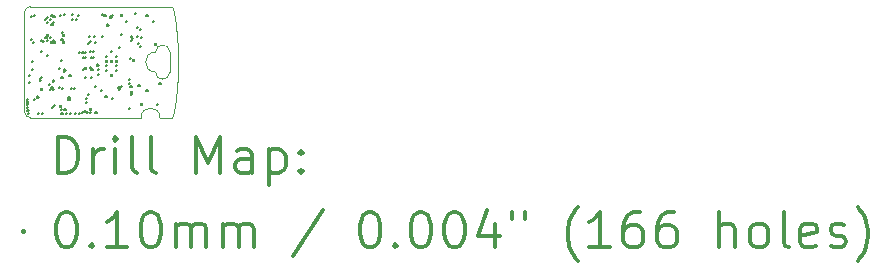
<source format=gbr>
%FSLAX45Y45*%
G04 Gerber Fmt 4.5, Leading zero omitted, Abs format (unit mm)*
G04 Created by KiCad (PCBNEW (5.0.1)-4) date 11/30/18 11:03:09*
%MOMM*%
%LPD*%
G01*
G04 APERTURE LIST*
%ADD10C,0.010000*%
%ADD11C,0.050000*%
%ADD12C,0.200000*%
%ADD13C,0.300000*%
G04 APERTURE END LIST*
D10*
X2932500Y-2265000D02*
G75*
G02X2812500Y-2265000I-60000J0D01*
G01*
X2932500Y-2095000D02*
G75*
G03X2812500Y-2095000I-60000J0D01*
G01*
X2812500Y-2095000D02*
G75*
G03X2812500Y-2265000I0J-85000D01*
G01*
D11*
X2850000Y-2650000D02*
G75*
G03X2690000Y-2650000I-80000J0D01*
G01*
X2850000Y-2650000D02*
X2952500Y-2650000D01*
D10*
X2932500Y-2095000D02*
X2932500Y-2265000D01*
D11*
X1752500Y-1710000D02*
G75*
G03X1702500Y-1760000I0J-50000D01*
G01*
X1702500Y-2600000D02*
G75*
G03X1752500Y-2650000I50000J0D01*
G01*
X1702500Y-1760000D02*
X1702500Y-2600000D01*
X2952500Y-1710000D02*
X1752500Y-1710000D01*
X1752500Y-2650000D02*
X2690000Y-2650000D01*
X3002500Y-2180000D02*
X3002500Y-2167000D01*
X3002500Y-2167000D02*
X3002500Y-2153000D01*
X3002500Y-2153000D02*
X3002500Y-2140000D01*
X3002500Y-2140000D02*
X3002500Y-2126000D01*
X3002500Y-2126000D02*
X3001500Y-2113000D01*
X3001500Y-2113000D02*
X3001500Y-2099000D01*
X3001500Y-2099000D02*
X3001500Y-2086000D01*
X3001500Y-2086000D02*
X3000500Y-2073000D01*
X3000500Y-2073000D02*
X3000500Y-2059000D01*
X3000500Y-2059000D02*
X2999500Y-2046000D01*
X2999500Y-2046000D02*
X2998500Y-2033000D01*
X2998500Y-2033000D02*
X2998500Y-2020000D01*
X2998500Y-2020000D02*
X2997500Y-2007000D01*
X2997500Y-2007000D02*
X2996500Y-1995000D01*
X2996500Y-1995000D02*
X2995500Y-1982000D01*
X2995500Y-1982000D02*
X2994500Y-1970000D01*
X2994500Y-1970000D02*
X2993500Y-1957000D01*
X2993500Y-1957000D02*
X2992500Y-1945000D01*
X2992500Y-1945000D02*
X2991500Y-1933000D01*
X2991500Y-1933000D02*
X2990500Y-1921000D01*
X2990500Y-1921000D02*
X2989500Y-1909000D01*
X2989500Y-1909000D02*
X2988500Y-1897000D01*
X2988500Y-1897000D02*
X2986500Y-1886000D01*
X2986500Y-1886000D02*
X2985500Y-1874000D01*
X2985500Y-1874000D02*
X2984500Y-1863000D01*
X2984500Y-1863000D02*
X2982500Y-1852000D01*
X2982500Y-1852000D02*
X2981500Y-1842000D01*
X2981500Y-1842000D02*
X2979500Y-1831000D01*
X2979500Y-1831000D02*
X2978500Y-1821000D01*
X2978500Y-1821000D02*
X2976500Y-1811000D01*
X2976500Y-1811000D02*
X2974500Y-1801000D01*
X2974500Y-1801000D02*
X2973500Y-1791000D01*
X2973500Y-1791000D02*
X2971500Y-1782000D01*
X2971500Y-1782000D02*
X2969500Y-1772000D01*
X2969500Y-1772000D02*
X2967500Y-1764000D01*
X2967500Y-1764000D02*
X2965500Y-1755000D01*
X2965500Y-1755000D02*
X2964500Y-1746000D01*
X2964500Y-1746000D02*
X2962500Y-1738000D01*
X2962500Y-1738000D02*
X2960500Y-1730000D01*
X2960500Y-1730000D02*
X2958500Y-1723000D01*
X2958500Y-1723000D02*
X2955500Y-1715000D01*
X2955500Y-1715000D02*
X2952500Y-1710000D01*
X2952500Y-2650000D02*
X2955500Y-2645000D01*
X2955500Y-2645000D02*
X2958500Y-2637000D01*
X2958500Y-2637000D02*
X2960500Y-2630000D01*
X2960500Y-2630000D02*
X2962500Y-2622000D01*
X2962500Y-2622000D02*
X2964500Y-2614000D01*
X2964500Y-2614000D02*
X2965500Y-2605000D01*
X2965500Y-2605000D02*
X2967500Y-2596000D01*
X2967500Y-2596000D02*
X2969500Y-2588000D01*
X2969500Y-2588000D02*
X2971500Y-2578000D01*
X2971500Y-2578000D02*
X2973500Y-2569000D01*
X2973500Y-2569000D02*
X2974500Y-2559000D01*
X2974500Y-2559000D02*
X2976500Y-2549000D01*
X2976500Y-2549000D02*
X2978500Y-2539000D01*
X2978500Y-2539000D02*
X2979500Y-2529000D01*
X2979500Y-2529000D02*
X2981500Y-2518000D01*
X2981500Y-2518000D02*
X2982500Y-2508000D01*
X2982500Y-2508000D02*
X2984500Y-2497000D01*
X2984500Y-2497000D02*
X2985500Y-2486000D01*
X2985500Y-2486000D02*
X2986500Y-2474000D01*
X2986500Y-2474000D02*
X2988500Y-2463000D01*
X2988500Y-2463000D02*
X2989500Y-2451000D01*
X2989500Y-2451000D02*
X2990500Y-2439000D01*
X2990500Y-2439000D02*
X2991500Y-2427000D01*
X2991500Y-2427000D02*
X2992500Y-2415000D01*
X2992500Y-2415000D02*
X2993500Y-2403000D01*
X2993500Y-2403000D02*
X2994500Y-2390000D01*
X2994500Y-2390000D02*
X2995500Y-2378000D01*
X2995500Y-2378000D02*
X2996500Y-2365000D01*
X2996500Y-2365000D02*
X2997500Y-2353000D01*
X2997500Y-2353000D02*
X2998500Y-2340000D01*
X2998500Y-2340000D02*
X2998500Y-2327000D01*
X2998500Y-2327000D02*
X2999500Y-2314000D01*
X2999500Y-2314000D02*
X3000500Y-2301000D01*
X3000500Y-2301000D02*
X3000500Y-2287000D01*
X3000500Y-2287000D02*
X3001500Y-2274000D01*
X3001500Y-2274000D02*
X3001500Y-2261000D01*
X3001500Y-2261000D02*
X3001500Y-2247000D01*
X3001500Y-2247000D02*
X3002500Y-2234000D01*
X3002500Y-2234000D02*
X3002500Y-2220000D01*
X3002500Y-2220000D02*
X3002500Y-2207000D01*
X3002500Y-2207000D02*
X3002500Y-2193000D01*
X3002500Y-2193000D02*
X3002500Y-2180000D01*
D12*
X1720000Y-2582500D02*
X1730000Y-2592500D01*
X1730000Y-2582500D02*
X1720000Y-2592500D01*
X1725000Y-2492500D02*
X1735000Y-2502500D01*
X1735000Y-2492500D02*
X1725000Y-2502500D01*
X1725000Y-2512500D02*
X1735000Y-2522500D01*
X1735000Y-2512500D02*
X1725000Y-2522500D01*
X1725000Y-2537500D02*
X1735000Y-2547500D01*
X1735000Y-2537500D02*
X1725000Y-2547500D01*
X1725000Y-2557500D02*
X1735000Y-2567500D01*
X1735000Y-2557500D02*
X1725000Y-2567500D01*
X1730000Y-2612500D02*
X1740000Y-2622500D01*
X1740000Y-2612500D02*
X1730000Y-2622500D01*
X1735000Y-2582500D02*
X1745000Y-2592500D01*
X1745000Y-2582500D02*
X1735000Y-2592500D01*
X1740000Y-2290000D02*
X1750000Y-2300000D01*
X1750000Y-2290000D02*
X1740000Y-2300000D01*
X1742500Y-2345000D02*
X1752500Y-2355000D01*
X1752500Y-2345000D02*
X1742500Y-2355000D01*
X1759000Y-1789500D02*
X1769000Y-1799500D01*
X1769000Y-1789500D02*
X1759000Y-1799500D01*
X1760000Y-1982500D02*
X1770000Y-1992500D01*
X1770000Y-1982500D02*
X1760000Y-1992500D01*
X1765000Y-2172500D02*
X1775000Y-2182500D01*
X1775000Y-2172500D02*
X1765000Y-2182500D01*
X1765000Y-2235000D02*
X1775000Y-2245000D01*
X1775000Y-2235000D02*
X1765000Y-2245000D01*
X1775000Y-2010000D02*
X1785000Y-2020000D01*
X1785000Y-2010000D02*
X1775000Y-2020000D01*
X1784000Y-1781500D02*
X1794000Y-1791500D01*
X1794000Y-1781500D02*
X1784000Y-1791500D01*
X1785000Y-2490000D02*
X1795000Y-2500000D01*
X1795000Y-2490000D02*
X1785000Y-2500000D01*
X1812500Y-2470000D02*
X1822500Y-2480000D01*
X1822500Y-2470000D02*
X1812500Y-2480000D01*
X1815000Y-2607500D02*
X1825000Y-2617500D01*
X1825000Y-2607500D02*
X1815000Y-2617500D01*
X1830000Y-2315000D02*
X1840000Y-2325000D01*
X1840000Y-2315000D02*
X1830000Y-2325000D01*
X1831000Y-2332500D02*
X1841000Y-2342500D01*
X1841000Y-2332500D02*
X1831000Y-2342500D01*
X1840000Y-1995000D02*
X1850000Y-2005000D01*
X1850000Y-1995000D02*
X1840000Y-2005000D01*
X1840000Y-2085500D02*
X1850000Y-2095500D01*
X1850000Y-2085500D02*
X1840000Y-2095500D01*
X1841000Y-2403500D02*
X1851000Y-2413500D01*
X1851000Y-2403500D02*
X1841000Y-2413500D01*
X1845000Y-2305000D02*
X1855000Y-2315000D01*
X1855000Y-2305000D02*
X1845000Y-2315000D01*
X1850000Y-2610000D02*
X1860000Y-2620000D01*
X1860000Y-2610000D02*
X1850000Y-2620000D01*
X1860000Y-2000000D02*
X1870000Y-2010000D01*
X1870000Y-2000000D02*
X1860000Y-2010000D01*
X1875000Y-1815000D02*
X1885000Y-1825000D01*
X1885000Y-1815000D02*
X1875000Y-1825000D01*
X1880000Y-1967500D02*
X1890000Y-1977500D01*
X1890000Y-1967500D02*
X1880000Y-1977500D01*
X1895000Y-1800000D02*
X1905000Y-1810000D01*
X1905000Y-1800000D02*
X1895000Y-1810000D01*
X1895000Y-1840000D02*
X1905000Y-1850000D01*
X1905000Y-1840000D02*
X1895000Y-1850000D01*
X1895000Y-1945000D02*
X1905000Y-1955000D01*
X1905000Y-1945000D02*
X1895000Y-1955000D01*
X1895000Y-1990000D02*
X1905000Y-2000000D01*
X1905000Y-1990000D02*
X1895000Y-2000000D01*
X1895000Y-2122500D02*
X1905000Y-2132500D01*
X1905000Y-2122500D02*
X1895000Y-2132500D01*
X1910000Y-2365000D02*
X1920000Y-2375000D01*
X1920000Y-2365000D02*
X1910000Y-2375000D01*
X1915000Y-1815000D02*
X1925000Y-1825000D01*
X1925000Y-1815000D02*
X1915000Y-1825000D01*
X1915000Y-1965000D02*
X1925000Y-1975000D01*
X1925000Y-1965000D02*
X1915000Y-1975000D01*
X1920000Y-2405000D02*
X1930000Y-2415000D01*
X1930000Y-2405000D02*
X1920000Y-2415000D01*
X1925000Y-2005000D02*
X1935000Y-2015000D01*
X1935000Y-2005000D02*
X1925000Y-2015000D01*
X1930000Y-1855000D02*
X1940000Y-1865000D01*
X1940000Y-1855000D02*
X1930000Y-1865000D01*
X1930000Y-2390000D02*
X1940000Y-2400000D01*
X1940000Y-2390000D02*
X1930000Y-2400000D01*
X1931000Y-1778500D02*
X1941000Y-1788500D01*
X1941000Y-1778500D02*
X1931000Y-1788500D01*
X1935000Y-2557500D02*
X1945000Y-2567500D01*
X1945000Y-2557500D02*
X1935000Y-2567500D01*
X1940000Y-1995000D02*
X1950000Y-2005000D01*
X1950000Y-1995000D02*
X1940000Y-2005000D01*
X1940000Y-2327500D02*
X1950000Y-2337500D01*
X1950000Y-2327500D02*
X1940000Y-2337500D01*
X1940000Y-2342500D02*
X1950000Y-2352500D01*
X1950000Y-2342500D02*
X1940000Y-2352500D01*
X1945000Y-1840000D02*
X1955000Y-1850000D01*
X1955000Y-1840000D02*
X1945000Y-1850000D01*
X1945000Y-2405000D02*
X1955000Y-2415000D01*
X1955000Y-2405000D02*
X1945000Y-2415000D01*
X1948000Y-1786500D02*
X1958000Y-1796500D01*
X1958000Y-1786500D02*
X1948000Y-1796500D01*
X1950000Y-2542500D02*
X1960000Y-2552500D01*
X1960000Y-2542500D02*
X1950000Y-2552500D01*
X1955000Y-2005000D02*
X1965000Y-2015000D01*
X1965000Y-2005000D02*
X1955000Y-2015000D01*
X1992500Y-2230000D02*
X2002500Y-2240000D01*
X2002500Y-2230000D02*
X1992500Y-2240000D01*
X1997500Y-2392500D02*
X2007500Y-2402500D01*
X2007500Y-2392500D02*
X1997500Y-2402500D01*
X2000000Y-2547500D02*
X2010000Y-2557500D01*
X2010000Y-2547500D02*
X2000000Y-2557500D01*
X2002500Y-1777500D02*
X2012500Y-1787500D01*
X2012500Y-1777500D02*
X2002500Y-1787500D01*
X2010000Y-2577500D02*
X2020000Y-2587500D01*
X2020000Y-2577500D02*
X2010000Y-2587500D01*
X2012500Y-2160000D02*
X2022500Y-2170000D01*
X2022500Y-2160000D02*
X2012500Y-2170000D01*
X2015000Y-1985000D02*
X2025000Y-1995000D01*
X2025000Y-1985000D02*
X2015000Y-1995000D01*
X2015000Y-2307500D02*
X2025000Y-2317500D01*
X2025000Y-2307500D02*
X2015000Y-2317500D01*
X2015000Y-2610000D02*
X2025000Y-2620000D01*
X2025000Y-2610000D02*
X2015000Y-2620000D01*
X2020000Y-2397500D02*
X2030000Y-2407500D01*
X2030000Y-2397500D02*
X2020000Y-2407500D01*
X2022500Y-1922500D02*
X2032500Y-1932500D01*
X2032500Y-1922500D02*
X2022500Y-1932500D01*
X2027500Y-1945000D02*
X2037500Y-1955000D01*
X2037500Y-1945000D02*
X2027500Y-1955000D01*
X2030000Y-2005000D02*
X2040000Y-2015000D01*
X2040000Y-2005000D02*
X2030000Y-2015000D01*
X2035000Y-2255000D02*
X2045000Y-2265000D01*
X2045000Y-2255000D02*
X2035000Y-2265000D01*
X2037500Y-1772500D02*
X2047500Y-1782500D01*
X2047500Y-1772500D02*
X2037500Y-1782500D01*
X2040000Y-2242500D02*
X2050000Y-2252500D01*
X2050000Y-2242500D02*
X2040000Y-2252500D01*
X2040000Y-2575000D02*
X2050000Y-2585000D01*
X2050000Y-2575000D02*
X2040000Y-2585000D01*
X2050000Y-2610000D02*
X2060000Y-2620000D01*
X2060000Y-2610000D02*
X2050000Y-2620000D01*
X2075000Y-2472500D02*
X2085000Y-2482500D01*
X2085000Y-2472500D02*
X2075000Y-2482500D01*
X2075000Y-2492500D02*
X2085000Y-2502500D01*
X2085000Y-2492500D02*
X2075000Y-2502500D01*
X2082500Y-2290000D02*
X2092500Y-2300000D01*
X2092500Y-2290000D02*
X2082500Y-2300000D01*
X2087500Y-2610000D02*
X2097500Y-2620000D01*
X2097500Y-2610000D02*
X2087500Y-2620000D01*
X2098000Y-2400000D02*
X2108000Y-2410000D01*
X2108000Y-2400000D02*
X2098000Y-2410000D01*
X2105000Y-1775000D02*
X2115000Y-1785000D01*
X2115000Y-1775000D02*
X2105000Y-1785000D01*
X2107000Y-1815500D02*
X2117000Y-1825500D01*
X2117000Y-1815500D02*
X2107000Y-1825500D01*
X2123000Y-2400000D02*
X2133000Y-2410000D01*
X2133000Y-2400000D02*
X2123000Y-2410000D01*
X2127500Y-2610000D02*
X2137500Y-2620000D01*
X2137500Y-2610000D02*
X2127500Y-2620000D01*
X2135000Y-1813500D02*
X2145000Y-1823500D01*
X2145000Y-1813500D02*
X2135000Y-1823500D01*
X2152500Y-1782500D02*
X2162500Y-1792500D01*
X2162500Y-1782500D02*
X2152500Y-1792500D01*
X2160000Y-2610000D02*
X2170000Y-2620000D01*
X2170000Y-2610000D02*
X2160000Y-2620000D01*
X2163000Y-2092500D02*
X2173000Y-2102500D01*
X2173000Y-2092500D02*
X2163000Y-2102500D01*
X2189000Y-2598500D02*
X2199000Y-2608500D01*
X2199000Y-2598500D02*
X2189000Y-2608500D01*
X2192500Y-2095000D02*
X2202500Y-2105000D01*
X2202500Y-2095000D02*
X2192500Y-2105000D01*
X2195000Y-2135000D02*
X2205000Y-2145000D01*
X2205000Y-2135000D02*
X2195000Y-2145000D01*
X2200000Y-2237500D02*
X2210000Y-2247500D01*
X2210000Y-2237500D02*
X2200000Y-2247500D01*
X2210000Y-2590000D02*
X2220000Y-2600000D01*
X2220000Y-2590000D02*
X2210000Y-2600000D01*
X2215000Y-2092500D02*
X2225000Y-2102500D01*
X2225000Y-2092500D02*
X2215000Y-2102500D01*
X2215000Y-2135000D02*
X2225000Y-2145000D01*
X2225000Y-2135000D02*
X2215000Y-2145000D01*
X2215000Y-2225000D02*
X2225000Y-2235000D01*
X2225000Y-2225000D02*
X2215000Y-2235000D01*
X2215000Y-2305000D02*
X2225000Y-2315000D01*
X2225000Y-2305000D02*
X2215000Y-2315000D01*
X2220000Y-2485000D02*
X2230000Y-2495000D01*
X2230000Y-2485000D02*
X2220000Y-2495000D01*
X2220000Y-2520000D02*
X2230000Y-2530000D01*
X2230000Y-2520000D02*
X2220000Y-2530000D01*
X2229000Y-2598500D02*
X2239000Y-2608500D01*
X2239000Y-2598500D02*
X2229000Y-2608500D01*
X2238000Y-2014500D02*
X2248000Y-2024500D01*
X2248000Y-2014500D02*
X2238000Y-2024500D01*
X2240000Y-2450000D02*
X2250000Y-2460000D01*
X2250000Y-2450000D02*
X2240000Y-2460000D01*
X2250000Y-1960500D02*
X2260000Y-1970500D01*
X2260000Y-1960500D02*
X2250000Y-1970500D01*
X2255000Y-2087500D02*
X2265000Y-2097500D01*
X2265000Y-2087500D02*
X2255000Y-2097500D01*
X2255000Y-2222500D02*
X2265000Y-2232500D01*
X2265000Y-2222500D02*
X2255000Y-2232500D01*
X2257500Y-2572500D02*
X2267500Y-2582500D01*
X2267500Y-2572500D02*
X2257500Y-2582500D01*
X2260000Y-1998500D02*
X2270000Y-2008500D01*
X2270000Y-1998500D02*
X2260000Y-2008500D01*
X2260000Y-2602500D02*
X2270000Y-2612500D01*
X2270000Y-2602500D02*
X2260000Y-2612500D01*
X2265000Y-2135000D02*
X2275000Y-2145000D01*
X2275000Y-2135000D02*
X2265000Y-2145000D01*
X2265000Y-2307500D02*
X2275000Y-2317500D01*
X2275000Y-2307500D02*
X2265000Y-2317500D01*
X2270000Y-2237500D02*
X2280000Y-2247500D01*
X2280000Y-2237500D02*
X2270000Y-2247500D01*
X2285000Y-2087500D02*
X2295000Y-2097500D01*
X2295000Y-2087500D02*
X2285000Y-2097500D01*
X2285000Y-2135000D02*
X2295000Y-2145000D01*
X2295000Y-2135000D02*
X2285000Y-2145000D01*
X2287000Y-1957500D02*
X2297000Y-1967500D01*
X2297000Y-1957500D02*
X2287000Y-1967500D01*
X2300000Y-2382500D02*
X2310000Y-2392500D01*
X2310000Y-2382500D02*
X2300000Y-2392500D01*
X2301000Y-2009500D02*
X2311000Y-2019500D01*
X2311000Y-2009500D02*
X2301000Y-2019500D01*
X2302500Y-2602500D02*
X2312500Y-2612500D01*
X2312500Y-2602500D02*
X2302500Y-2612500D01*
X2320356Y-2200356D02*
X2330356Y-2210356D01*
X2330356Y-2200356D02*
X2320356Y-2210356D01*
X2325000Y-2237500D02*
X2335000Y-2247500D01*
X2335000Y-2237500D02*
X2325000Y-2247500D01*
X2325000Y-2277500D02*
X2335000Y-2287500D01*
X2335000Y-2277500D02*
X2325000Y-2287500D01*
X2350000Y-2412500D02*
X2360000Y-2422500D01*
X2360000Y-2412500D02*
X2350000Y-2422500D01*
X2357000Y-1958500D02*
X2367000Y-1968500D01*
X2367000Y-1958500D02*
X2357000Y-1968500D01*
X2358000Y-1769500D02*
X2368000Y-1779500D01*
X2368000Y-1769500D02*
X2358000Y-1779500D01*
X2379000Y-1782500D02*
X2389000Y-1792500D01*
X2389000Y-1782500D02*
X2379000Y-1792500D01*
X2387500Y-2465000D02*
X2397500Y-2475000D01*
X2397500Y-2465000D02*
X2387500Y-2475000D01*
X2395000Y-2125000D02*
X2405000Y-2135000D01*
X2405000Y-2125000D02*
X2395000Y-2135000D01*
X2395000Y-2165000D02*
X2405000Y-2175000D01*
X2405000Y-2165000D02*
X2395000Y-2175000D01*
X2395000Y-2205000D02*
X2405000Y-2215000D01*
X2405000Y-2205000D02*
X2395000Y-2215000D01*
X2395000Y-2245000D02*
X2405000Y-2255000D01*
X2405000Y-2245000D02*
X2395000Y-2255000D01*
X2405000Y-1861500D02*
X2415000Y-1871500D01*
X2415000Y-1861500D02*
X2405000Y-1871500D01*
X2430000Y-1792500D02*
X2440000Y-1802500D01*
X2440000Y-1792500D02*
X2430000Y-1802500D01*
X2435000Y-2085000D02*
X2445000Y-2095000D01*
X2445000Y-2085000D02*
X2435000Y-2095000D01*
X2435000Y-2165000D02*
X2445000Y-2175000D01*
X2445000Y-2165000D02*
X2435000Y-2175000D01*
X2435000Y-2285000D02*
X2445000Y-2295000D01*
X2445000Y-2285000D02*
X2435000Y-2295000D01*
X2440000Y-1780000D02*
X2450000Y-1790000D01*
X2450000Y-1780000D02*
X2440000Y-1790000D01*
X2445000Y-2482500D02*
X2455000Y-2492500D01*
X2455000Y-2482500D02*
X2445000Y-2492500D01*
X2474751Y-2124875D02*
X2484751Y-2134875D01*
X2484751Y-2124875D02*
X2474751Y-2134875D01*
X2475000Y-2165000D02*
X2485000Y-2175000D01*
X2485000Y-2165000D02*
X2475000Y-2175000D01*
X2475000Y-2205000D02*
X2485000Y-2215000D01*
X2485000Y-2205000D02*
X2475000Y-2215000D01*
X2475000Y-2245000D02*
X2485000Y-2255000D01*
X2485000Y-2245000D02*
X2475000Y-2255000D01*
X2497500Y-2387500D02*
X2507500Y-2397500D01*
X2507500Y-2387500D02*
X2497500Y-2397500D01*
X2505000Y-2053500D02*
X2515000Y-2063500D01*
X2515000Y-2053500D02*
X2505000Y-2063500D01*
X2505000Y-2405000D02*
X2515000Y-2415000D01*
X2515000Y-2405000D02*
X2505000Y-2415000D01*
X2517500Y-2385000D02*
X2527500Y-2395000D01*
X2527500Y-2385000D02*
X2517500Y-2395000D01*
X2519000Y-1942500D02*
X2529000Y-1952500D01*
X2529000Y-1942500D02*
X2519000Y-1952500D01*
X2520000Y-1776500D02*
X2530000Y-1786500D01*
X2530000Y-1776500D02*
X2520000Y-1786500D01*
X2558000Y-1829500D02*
X2568000Y-1839500D01*
X2568000Y-1829500D02*
X2558000Y-1839500D01*
X2585000Y-2357500D02*
X2595000Y-2367500D01*
X2595000Y-2357500D02*
X2585000Y-2367500D01*
X2588000Y-2323500D02*
X2598000Y-2333500D01*
X2598000Y-2323500D02*
X2588000Y-2333500D01*
X2588671Y-2566671D02*
X2598671Y-2576671D01*
X2598671Y-2566671D02*
X2588671Y-2576671D01*
X2597500Y-2145000D02*
X2607500Y-2155000D01*
X2607500Y-2145000D02*
X2597500Y-2155000D01*
X2600000Y-2382500D02*
X2610000Y-2392500D01*
X2610000Y-2382500D02*
X2600000Y-2392500D01*
X2602500Y-2427500D02*
X2612500Y-2437500D01*
X2612500Y-2427500D02*
X2602500Y-2437500D01*
X2605000Y-1990500D02*
X2615000Y-2000500D01*
X2615000Y-1990500D02*
X2605000Y-2000500D01*
X2605000Y-2450000D02*
X2615000Y-2460000D01*
X2615000Y-2450000D02*
X2605000Y-2460000D01*
X2607000Y-1956500D02*
X2617000Y-1966500D01*
X2617000Y-1956500D02*
X2607000Y-1966500D01*
X2614000Y-1973500D02*
X2624000Y-1983500D01*
X2624000Y-1973500D02*
X2614000Y-1983500D01*
X2622500Y-2157500D02*
X2632500Y-2167500D01*
X2632500Y-2157500D02*
X2622500Y-2167500D01*
X2635000Y-1762500D02*
X2645000Y-1772500D01*
X2645000Y-1762500D02*
X2635000Y-1772500D01*
X2655000Y-1880000D02*
X2665000Y-1890000D01*
X2665000Y-1880000D02*
X2655000Y-1890000D01*
X2655000Y-1955000D02*
X2665000Y-1965000D01*
X2665000Y-1955000D02*
X2655000Y-1965000D01*
X2666000Y-2019500D02*
X2676000Y-2029500D01*
X2676000Y-2019500D02*
X2666000Y-2029500D01*
X2667500Y-2375000D02*
X2677500Y-2385000D01*
X2677500Y-2375000D02*
X2667500Y-2385000D01*
X2680000Y-1900000D02*
X2690000Y-1910000D01*
X2690000Y-1900000D02*
X2680000Y-1910000D01*
X2680000Y-2045000D02*
X2690000Y-2055000D01*
X2690000Y-2045000D02*
X2680000Y-2055000D01*
X2685000Y-1970000D02*
X2695000Y-1980000D01*
X2695000Y-1970000D02*
X2685000Y-1980000D01*
X2685000Y-2530000D02*
X2695000Y-2540000D01*
X2695000Y-2530000D02*
X2685000Y-2540000D01*
X2735000Y-1777500D02*
X2745000Y-1787500D01*
X2745000Y-1777500D02*
X2735000Y-1787500D01*
X2735000Y-2412500D02*
X2745000Y-2422500D01*
X2745000Y-2412500D02*
X2735000Y-2422500D01*
X2792500Y-1830000D02*
X2802500Y-1840000D01*
X2802500Y-1830000D02*
X2792500Y-1840000D01*
X2805000Y-2022500D02*
X2815000Y-2032500D01*
X2815000Y-2022500D02*
X2805000Y-2032500D01*
X2827000Y-2531500D02*
X2837000Y-2541500D01*
X2837000Y-2531500D02*
X2827000Y-2541500D01*
X2845000Y-2357500D02*
X2855000Y-2367500D01*
X2855000Y-2357500D02*
X2845000Y-2367500D01*
D13*
X1986428Y-3118214D02*
X1986428Y-2818214D01*
X2057857Y-2818214D01*
X2100714Y-2832500D01*
X2129286Y-2861071D01*
X2143571Y-2889643D01*
X2157857Y-2946786D01*
X2157857Y-2989643D01*
X2143571Y-3046786D01*
X2129286Y-3075357D01*
X2100714Y-3103929D01*
X2057857Y-3118214D01*
X1986428Y-3118214D01*
X2286428Y-3118214D02*
X2286428Y-2918214D01*
X2286428Y-2975357D02*
X2300714Y-2946786D01*
X2315000Y-2932500D01*
X2343571Y-2918214D01*
X2372143Y-2918214D01*
X2472143Y-3118214D02*
X2472143Y-2918214D01*
X2472143Y-2818214D02*
X2457857Y-2832500D01*
X2472143Y-2846786D01*
X2486428Y-2832500D01*
X2472143Y-2818214D01*
X2472143Y-2846786D01*
X2657857Y-3118214D02*
X2629286Y-3103929D01*
X2615000Y-3075357D01*
X2615000Y-2818214D01*
X2815000Y-3118214D02*
X2786428Y-3103929D01*
X2772143Y-3075357D01*
X2772143Y-2818214D01*
X3157857Y-3118214D02*
X3157857Y-2818214D01*
X3257857Y-3032500D01*
X3357857Y-2818214D01*
X3357857Y-3118214D01*
X3629286Y-3118214D02*
X3629286Y-2961071D01*
X3615000Y-2932500D01*
X3586428Y-2918214D01*
X3529286Y-2918214D01*
X3500714Y-2932500D01*
X3629286Y-3103929D02*
X3600714Y-3118214D01*
X3529286Y-3118214D01*
X3500714Y-3103929D01*
X3486428Y-3075357D01*
X3486428Y-3046786D01*
X3500714Y-3018214D01*
X3529286Y-3003929D01*
X3600714Y-3003929D01*
X3629286Y-2989643D01*
X3772143Y-2918214D02*
X3772143Y-3218214D01*
X3772143Y-2932500D02*
X3800714Y-2918214D01*
X3857857Y-2918214D01*
X3886428Y-2932500D01*
X3900714Y-2946786D01*
X3915000Y-2975357D01*
X3915000Y-3061071D01*
X3900714Y-3089643D01*
X3886428Y-3103929D01*
X3857857Y-3118214D01*
X3800714Y-3118214D01*
X3772143Y-3103929D01*
X4043571Y-3089643D02*
X4057857Y-3103929D01*
X4043571Y-3118214D01*
X4029286Y-3103929D01*
X4043571Y-3089643D01*
X4043571Y-3118214D01*
X4043571Y-2932500D02*
X4057857Y-2946786D01*
X4043571Y-2961071D01*
X4029286Y-2946786D01*
X4043571Y-2932500D01*
X4043571Y-2961071D01*
X1690000Y-3607500D02*
X1700000Y-3617500D01*
X1700000Y-3607500D02*
X1690000Y-3617500D01*
X2043571Y-3448214D02*
X2072143Y-3448214D01*
X2100714Y-3462500D01*
X2115000Y-3476786D01*
X2129286Y-3505357D01*
X2143571Y-3562500D01*
X2143571Y-3633929D01*
X2129286Y-3691071D01*
X2115000Y-3719643D01*
X2100714Y-3733929D01*
X2072143Y-3748214D01*
X2043571Y-3748214D01*
X2015000Y-3733929D01*
X2000714Y-3719643D01*
X1986428Y-3691071D01*
X1972143Y-3633929D01*
X1972143Y-3562500D01*
X1986428Y-3505357D01*
X2000714Y-3476786D01*
X2015000Y-3462500D01*
X2043571Y-3448214D01*
X2272143Y-3719643D02*
X2286428Y-3733929D01*
X2272143Y-3748214D01*
X2257857Y-3733929D01*
X2272143Y-3719643D01*
X2272143Y-3748214D01*
X2572143Y-3748214D02*
X2400714Y-3748214D01*
X2486428Y-3748214D02*
X2486428Y-3448214D01*
X2457857Y-3491071D01*
X2429286Y-3519643D01*
X2400714Y-3533929D01*
X2757857Y-3448214D02*
X2786428Y-3448214D01*
X2815000Y-3462500D01*
X2829286Y-3476786D01*
X2843571Y-3505357D01*
X2857857Y-3562500D01*
X2857857Y-3633929D01*
X2843571Y-3691071D01*
X2829286Y-3719643D01*
X2815000Y-3733929D01*
X2786428Y-3748214D01*
X2757857Y-3748214D01*
X2729286Y-3733929D01*
X2715000Y-3719643D01*
X2700714Y-3691071D01*
X2686428Y-3633929D01*
X2686428Y-3562500D01*
X2700714Y-3505357D01*
X2715000Y-3476786D01*
X2729286Y-3462500D01*
X2757857Y-3448214D01*
X2986428Y-3748214D02*
X2986428Y-3548214D01*
X2986428Y-3576786D02*
X3000714Y-3562500D01*
X3029286Y-3548214D01*
X3072143Y-3548214D01*
X3100714Y-3562500D01*
X3115000Y-3591071D01*
X3115000Y-3748214D01*
X3115000Y-3591071D02*
X3129286Y-3562500D01*
X3157857Y-3548214D01*
X3200714Y-3548214D01*
X3229286Y-3562500D01*
X3243571Y-3591071D01*
X3243571Y-3748214D01*
X3386428Y-3748214D02*
X3386428Y-3548214D01*
X3386428Y-3576786D02*
X3400714Y-3562500D01*
X3429286Y-3548214D01*
X3472143Y-3548214D01*
X3500714Y-3562500D01*
X3515000Y-3591071D01*
X3515000Y-3748214D01*
X3515000Y-3591071D02*
X3529286Y-3562500D01*
X3557857Y-3548214D01*
X3600714Y-3548214D01*
X3629286Y-3562500D01*
X3643571Y-3591071D01*
X3643571Y-3748214D01*
X4229286Y-3433929D02*
X3972143Y-3819643D01*
X4615000Y-3448214D02*
X4643571Y-3448214D01*
X4672143Y-3462500D01*
X4686428Y-3476786D01*
X4700714Y-3505357D01*
X4715000Y-3562500D01*
X4715000Y-3633929D01*
X4700714Y-3691071D01*
X4686428Y-3719643D01*
X4672143Y-3733929D01*
X4643571Y-3748214D01*
X4615000Y-3748214D01*
X4586428Y-3733929D01*
X4572143Y-3719643D01*
X4557857Y-3691071D01*
X4543571Y-3633929D01*
X4543571Y-3562500D01*
X4557857Y-3505357D01*
X4572143Y-3476786D01*
X4586428Y-3462500D01*
X4615000Y-3448214D01*
X4843571Y-3719643D02*
X4857857Y-3733929D01*
X4843571Y-3748214D01*
X4829286Y-3733929D01*
X4843571Y-3719643D01*
X4843571Y-3748214D01*
X5043571Y-3448214D02*
X5072143Y-3448214D01*
X5100714Y-3462500D01*
X5115000Y-3476786D01*
X5129286Y-3505357D01*
X5143571Y-3562500D01*
X5143571Y-3633929D01*
X5129286Y-3691071D01*
X5115000Y-3719643D01*
X5100714Y-3733929D01*
X5072143Y-3748214D01*
X5043571Y-3748214D01*
X5015000Y-3733929D01*
X5000714Y-3719643D01*
X4986428Y-3691071D01*
X4972143Y-3633929D01*
X4972143Y-3562500D01*
X4986428Y-3505357D01*
X5000714Y-3476786D01*
X5015000Y-3462500D01*
X5043571Y-3448214D01*
X5329286Y-3448214D02*
X5357857Y-3448214D01*
X5386428Y-3462500D01*
X5400714Y-3476786D01*
X5415000Y-3505357D01*
X5429286Y-3562500D01*
X5429286Y-3633929D01*
X5415000Y-3691071D01*
X5400714Y-3719643D01*
X5386428Y-3733929D01*
X5357857Y-3748214D01*
X5329286Y-3748214D01*
X5300714Y-3733929D01*
X5286428Y-3719643D01*
X5272143Y-3691071D01*
X5257857Y-3633929D01*
X5257857Y-3562500D01*
X5272143Y-3505357D01*
X5286428Y-3476786D01*
X5300714Y-3462500D01*
X5329286Y-3448214D01*
X5686428Y-3548214D02*
X5686428Y-3748214D01*
X5615000Y-3433929D02*
X5543571Y-3648214D01*
X5729286Y-3648214D01*
X5829286Y-3448214D02*
X5829286Y-3505357D01*
X5943571Y-3448214D02*
X5943571Y-3505357D01*
X6386428Y-3862500D02*
X6372143Y-3848214D01*
X6343571Y-3805357D01*
X6329286Y-3776786D01*
X6315000Y-3733929D01*
X6300714Y-3662500D01*
X6300714Y-3605357D01*
X6315000Y-3533929D01*
X6329286Y-3491071D01*
X6343571Y-3462500D01*
X6372143Y-3419643D01*
X6386428Y-3405357D01*
X6657857Y-3748214D02*
X6486428Y-3748214D01*
X6572143Y-3748214D02*
X6572143Y-3448214D01*
X6543571Y-3491071D01*
X6515000Y-3519643D01*
X6486428Y-3533929D01*
X6915000Y-3448214D02*
X6857857Y-3448214D01*
X6829286Y-3462500D01*
X6815000Y-3476786D01*
X6786428Y-3519643D01*
X6772143Y-3576786D01*
X6772143Y-3691071D01*
X6786428Y-3719643D01*
X6800714Y-3733929D01*
X6829286Y-3748214D01*
X6886428Y-3748214D01*
X6915000Y-3733929D01*
X6929286Y-3719643D01*
X6943571Y-3691071D01*
X6943571Y-3619643D01*
X6929286Y-3591071D01*
X6915000Y-3576786D01*
X6886428Y-3562500D01*
X6829286Y-3562500D01*
X6800714Y-3576786D01*
X6786428Y-3591071D01*
X6772143Y-3619643D01*
X7200714Y-3448214D02*
X7143571Y-3448214D01*
X7115000Y-3462500D01*
X7100714Y-3476786D01*
X7072143Y-3519643D01*
X7057857Y-3576786D01*
X7057857Y-3691071D01*
X7072143Y-3719643D01*
X7086428Y-3733929D01*
X7115000Y-3748214D01*
X7172143Y-3748214D01*
X7200714Y-3733929D01*
X7215000Y-3719643D01*
X7229286Y-3691071D01*
X7229286Y-3619643D01*
X7215000Y-3591071D01*
X7200714Y-3576786D01*
X7172143Y-3562500D01*
X7115000Y-3562500D01*
X7086428Y-3576786D01*
X7072143Y-3591071D01*
X7057857Y-3619643D01*
X7586428Y-3748214D02*
X7586428Y-3448214D01*
X7715000Y-3748214D02*
X7715000Y-3591071D01*
X7700714Y-3562500D01*
X7672143Y-3548214D01*
X7629286Y-3548214D01*
X7600714Y-3562500D01*
X7586428Y-3576786D01*
X7900714Y-3748214D02*
X7872143Y-3733929D01*
X7857857Y-3719643D01*
X7843571Y-3691071D01*
X7843571Y-3605357D01*
X7857857Y-3576786D01*
X7872143Y-3562500D01*
X7900714Y-3548214D01*
X7943571Y-3548214D01*
X7972143Y-3562500D01*
X7986428Y-3576786D01*
X8000714Y-3605357D01*
X8000714Y-3691071D01*
X7986428Y-3719643D01*
X7972143Y-3733929D01*
X7943571Y-3748214D01*
X7900714Y-3748214D01*
X8172143Y-3748214D02*
X8143571Y-3733929D01*
X8129286Y-3705357D01*
X8129286Y-3448214D01*
X8400714Y-3733929D02*
X8372143Y-3748214D01*
X8315000Y-3748214D01*
X8286428Y-3733929D01*
X8272143Y-3705357D01*
X8272143Y-3591071D01*
X8286428Y-3562500D01*
X8315000Y-3548214D01*
X8372143Y-3548214D01*
X8400714Y-3562500D01*
X8415000Y-3591071D01*
X8415000Y-3619643D01*
X8272143Y-3648214D01*
X8529286Y-3733929D02*
X8557857Y-3748214D01*
X8615000Y-3748214D01*
X8643571Y-3733929D01*
X8657857Y-3705357D01*
X8657857Y-3691071D01*
X8643571Y-3662500D01*
X8615000Y-3648214D01*
X8572143Y-3648214D01*
X8543571Y-3633929D01*
X8529286Y-3605357D01*
X8529286Y-3591071D01*
X8543571Y-3562500D01*
X8572143Y-3548214D01*
X8615000Y-3548214D01*
X8643571Y-3562500D01*
X8757857Y-3862500D02*
X8772143Y-3848214D01*
X8800714Y-3805357D01*
X8815000Y-3776786D01*
X8829286Y-3733929D01*
X8843571Y-3662500D01*
X8843571Y-3605357D01*
X8829286Y-3533929D01*
X8815000Y-3491071D01*
X8800714Y-3462500D01*
X8772143Y-3419643D01*
X8757857Y-3405357D01*
M02*

</source>
